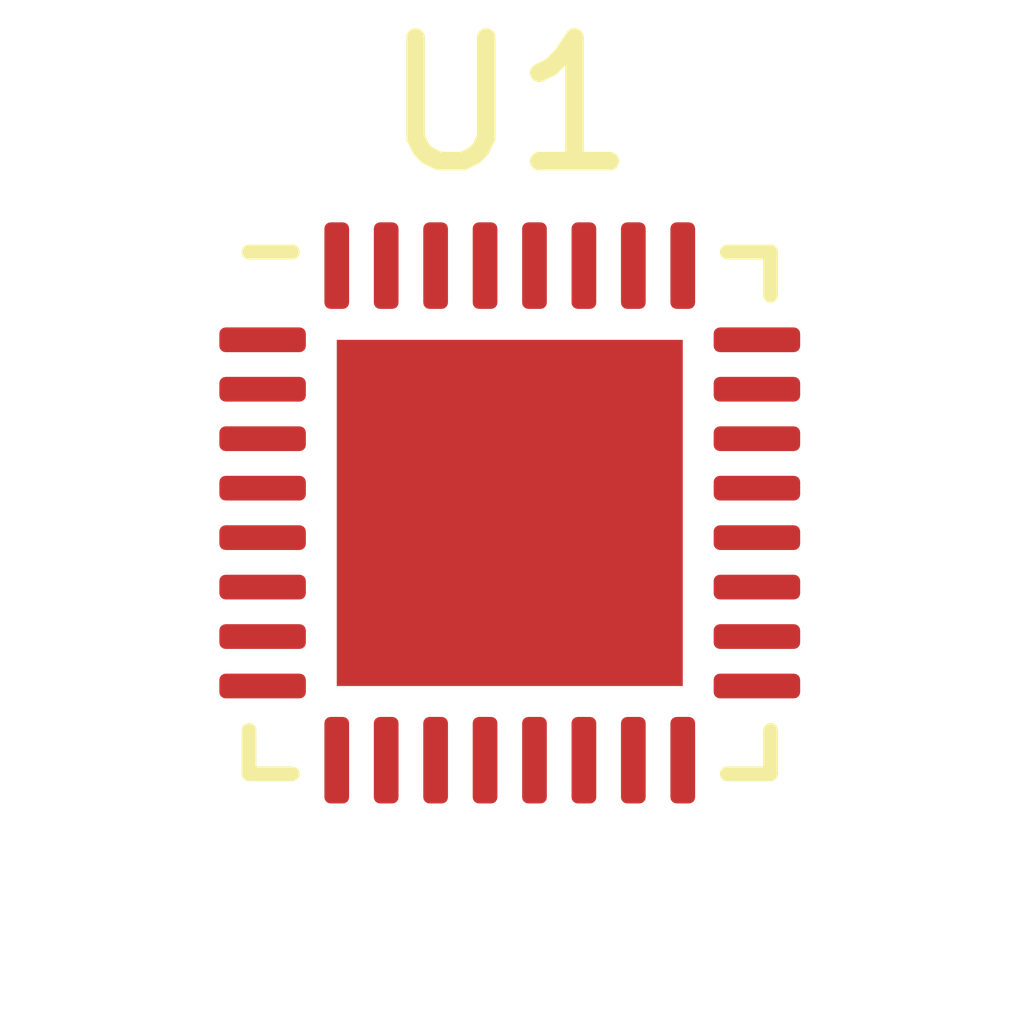
<source format=kicad_pcb>
(kicad_pcb (version 20241229) (generator "pcbnew") (generator_version "9.0")
  (layers (0 "F.Cu" signal) (2 "B.Cu" signal) (13 "F.Paste" user) (15 "B.Paste" user) (5 "F.SilkS" user "F.Silkscreen") (7 "B.SilkS" user "B.Silkscreen") (1 "F.Mask" user) (3 "B.Mask" user) (25 "Edge.Cuts" user))
  (net 0 "")
  (net 5 "Net-(U1-VDD3P3-Pad1)")
  (footprint "PCM_Espressif:QFN-32-1EP_4x4mm_P0.4mm_EP2.9x2.9mm" (layer "F.Cu") (at 150.5 99.6)
    (property "Reference" "U1" (at 0 -3.3 0) (layer "F.SilkS"))
    (property "Value" "ESP32-H2")
    (fp_line (start -2.11 2.11) (end -2.11 1.76) (stroke (width 0.12)) (layer "F.SilkS"))
    (fp_line (start -1.76 -2.11) (end -2.11 -2.11) (stroke (width 0.12)) (layer "F.SilkS"))
    (fp_line (start -1.76 2.11) (end -2.11 2.11) (stroke (width 0.12)) (layer "F.SilkS"))
    (fp_line (start 1.76 -2.11) (end 2.11 -2.11) (stroke (width 0.12)) (layer "F.SilkS"))
    (fp_line (start 1.76 2.11) (end 2.11 2.11) (stroke (width 0.12)) (layer "F.SilkS"))
    (fp_line (start 2.11 -2.11) (end 2.11 -1.76) (stroke (width 0.12)) (layer "F.SilkS"))
    (fp_line (start 2.11 2.11) (end 2.11 1.76) (stroke (width 0.12)) (layer "F.SilkS"))
    (pad "1" smd roundrect (at -2 -1.4) (size 0.7 0.2) (layers "F.Cu" "F.Mask" "F.Paste") (net 5 "Net-(U1-VDD3P3-Pad1)"))
    (pad "2" smd roundrect (at -2 -1) (size 0.7 0.2) (layers "F.Cu" "F.Mask" "F.Paste") (net 5 "Net-(U1-VDD3P3-Pad1)"))
    (pad "3" smd roundrect (at -2 -0.6) (size 0.7 0.2) (layers "F.Cu" "F.Mask" "F.Paste"))
    (pad "4" smd roundrect (at -2 -0.2) (size 0.7 0.2) (layers "F.Cu" "F.Mask" "F.Paste"))
    (pad "5" smd roundrect (at -2 0.2) (size 0.7 0.2) (layers "F.Cu" "F.Mask" "F.Paste"))
    (pad "6" smd roundrect (at -2 0.6) (size 0.7 0.2) (layers "F.Cu" "F.Mask" "F.Paste"))
    (pad "7" smd roundrect (at -2 1) (size 0.7 0.2) (layers "F.Cu" "F.Mask" "F.Paste"))
    (pad "8" smd roundrect (at -2 1.4) (size 0.7 0.2) (layers "F.Cu" "F.Mask" "F.Paste"))
    (pad "9" smd roundrect (at -1.4 2) (size 0.2 0.7) (layers "F.Cu" "F.Mask" "F.Paste"))
    (pad "10" smd roundrect (at -1 2) (size 0.2 0.7) (layers "F.Cu" "F.Mask" "F.Paste"))
    (pad "11" smd roundrect (at -0.6 2) (size 0.2 0.7) (layers "F.Cu" "F.Mask" "F.Paste"))
    (pad "12" smd roundrect (at -0.2 2) (size 0.2 0.7) (layers "F.Cu" "F.Mask" "F.Paste"))
    (pad "13" smd roundrect (at 0.2 2) (size 0.2 0.7) (layers "F.Cu" "F.Mask" "F.Paste"))
    (pad "14" smd roundrect (at 0.6 2) (size 0.2 0.7) (layers "F.Cu" "F.Mask" "F.Paste"))
    (pad "15" smd roundrect (at 1 2) (size 0.2 0.7) (layers "F.Cu" "F.Mask" "F.Paste"))
    (pad "16" smd roundrect (at 1.4 2) (size 0.2 0.7) (layers "F.Cu" "F.Mask" "F.Paste"))
    (pad "17" smd roundrect (at 2 1.4) (size 0.7 0.2) (layers "F.Cu" "F.Mask" "F.Paste"))
    (pad "18" smd roundrect (at 2 1) (size 0.7 0.2) (layers "F.Cu" "F.Mask" "F.Paste"))
    (pad "19" smd roundrect (at 2 0.6) (size 0.7 0.2) (layers "F.Cu" "F.Mask" "F.Paste"))
    (pad "20" smd roundrect (at 2 0.2) (size 0.7 0.2) (layers "F.Cu" "F.Mask" "F.Paste"))
    (pad "21" smd roundrect (at 2 -0.2) (size 0.7 0.2) (layers "F.Cu" "F.Mask" "F.Paste"))
    (pad "22" smd roundrect (at 2 -0.6) (size 0.7 0.2) (layers "F.Cu" "F.Mask" "F.Paste"))
    (pad "23" smd roundrect (at 2 -1) (size 0.7 0.2) (layers "F.Cu" "F.Mask" "F.Paste"))
    (pad "24" smd roundrect (at 2 -1.4) (size 0.7 0.2) (layers "F.Cu" "F.Mask" "F.Paste"))
    (pad "25" smd roundrect (at 1.4 -2) (size 0.2 0.7) (layers "F.Cu" "F.Mask" "F.Paste"))
    (pad "26" smd roundrect (at 1 -2) (size 0.2 0.7) (layers "F.Cu" "F.Mask" "F.Paste"))
    (pad "27" smd roundrect (at 0.6 -2) (size 0.2 0.7) (layers "F.Cu" "F.Mask" "F.Paste") (net 5 "Net-(U1-VDD3P3-Pad1)"))
    (pad "28" smd roundrect (at 0.2 -2) (size 0.2 0.7) (layers "F.Cu" "F.Mask" "F.Paste"))
    (pad "29" smd roundrect (at -0.2 -2) (size 0.2 0.7) (layers "F.Cu" "F.Mask" "F.Paste"))
    (pad "30" smd roundrect (at -0.6 -2) (size 0.2 0.7) (layers "F.Cu" "F.Mask" "F.Paste") (net 5 "Net-(U1-VDD3P3-Pad1)"))
    (pad "31" smd roundrect (at -1 -2) (size 0.2 0.7) (layers "F.Cu" "F.Mask" "F.Paste") (net 5 "Net-(U1-VDD3P3-Pad1)"))
    (pad "32" smd roundrect (at -1.4 -2) (size 0.2 0.7) (layers "F.Cu" "F.Mask" "F.Paste"))
    (pad "33" smd rect (at 0 0) (size 2.8 2.8) (layers "F.Cu" "F.Mask"))
  )
)
</source>
